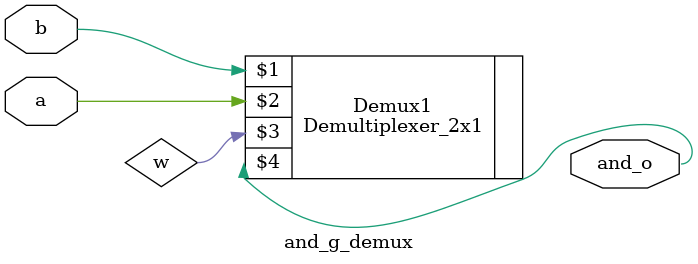
<source format=v>
`timescale 1ns / 1ps
module and_g_demux(input a,b,
output and_o
    );
wire w;
Demultiplexer_2x1 Demux1(b,a,w,and_o);

endmodule

</source>
